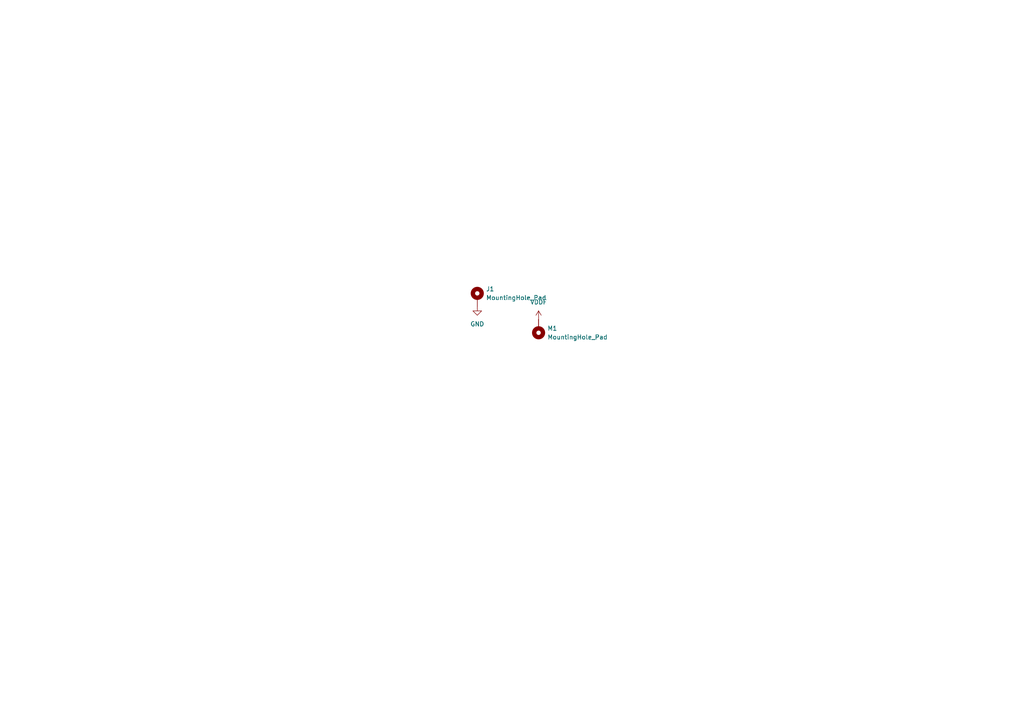
<source format=kicad_sch>
(kicad_sch (version 20231120) (generator "eeschema") (generator_version "8.0")
  (paper "A4")
  (lib_symbols
    (symbol "Mechanical:MountingHole_Pad" (pin_numbers hide) (pin_names (offset 1.016) hide) (exclude_from_sim yes) (in_bom no)
      (property "Reference" "H" (at 0 6.35 0))
      (property "Value" "MountingHole_Pad" (at 0 4.445 0))
      (symbol "MountingHole_Pad_0_1"
        (circle (center 0 1.27) (radius 1.27) (stroke (width 1.27)))
      )
      (symbol "MountingHole_Pad_1_1"
        (pin input line (at 0 -2.54 90) (length 2.54) (name "1") (number "1"))
      )
    )
    (symbol "power:GND" (power) (pin_numbers hide) (pin_names (offset 0) hide)
      (property "Value" "GND" (at 0 -3.81 0))
      (symbol "GND_0_1"
        (polyline (pts (xy 0 0) (xy 0 -1.27) (xy 1.27 -1.27) (xy 0 -2.54) (xy -1.27 -1.27) (xy 0 -1.27)))
      )
      (symbol "GND_1_1"
        (pin power_in line (at 0 0 270) (length 0) (name "~") (number "1"))
      )
    )
    (symbol "power:VDDF" (power) (pin_numbers hide) (pin_names (offset 0) hide)
      (property "Value" "VDDF" (at 0 3.556 0))
      (symbol "VDDF_0_1"
        (polyline (pts (xy -0.762 1.27) (xy 0 2.54)))
        (polyline (pts (xy 0 0) (xy 0 2.54)))
        (polyline (pts (xy 0 2.54) (xy 0.762 1.27)))
      )
      (symbol "VDDF_1_1"
        (pin power_in line (at 0 0 90) (length 0) (name "~") (number "1"))
      )
    )
  )
  (symbol (lib_id "Mechanical:MountingHole_Pad") (at 156.21 95.25 180) (unit 1) (exclude_from_sim yes) (in_bom no)
    (property "Reference" "M1" (at 158.75 95.2499 0) (effects (justify right)))
    (property "Value" "MountingHole_Pad" (at 158.75 97.7899 0) (effects (justify right)))
    (property "Description" "Mounting Hole with connection" (effects (hide yes)))
  )
  (symbol (lib_id "Mechanical:MountingHole_Pad") (at 138.43 86.36 0) (unit 1) (exclude_from_sim yes) (in_bom no)
    (property "Reference" "J1" (at 140.97 83.8199 0) (effects (justify left)))
    (property "Value" "MountingHole_Pad" (at 140.97 86.3599 0) (effects (justify left)))
    (property "Description" "Mounting Hole with connection" (effects (hide yes)))
  )
  (symbol (lib_id "power:GND") (at 138.43 88.9 0) (unit 1)
    (property "Reference" "#PWR01" (effects (hide yes)))
    (property "Value" "GND" (at 138.43 93.98 0))
    (property "Description" "Power symbol creates a global label with name \"GND\" , ground" (effects (hide yes)))
  )
  (symbol (lib_id "power:VDDF") (at 156.21 92.71 0) (unit 1)
    (property "Reference" "#PWR02" (effects (hide yes)))
    (property "Value" "VDDF" (at 156.21 87.63 0))
    (property "Description" "Power symbol creates a global label with name \"VDDF\"" (effects (hide yes)))
  )
)
</source>
